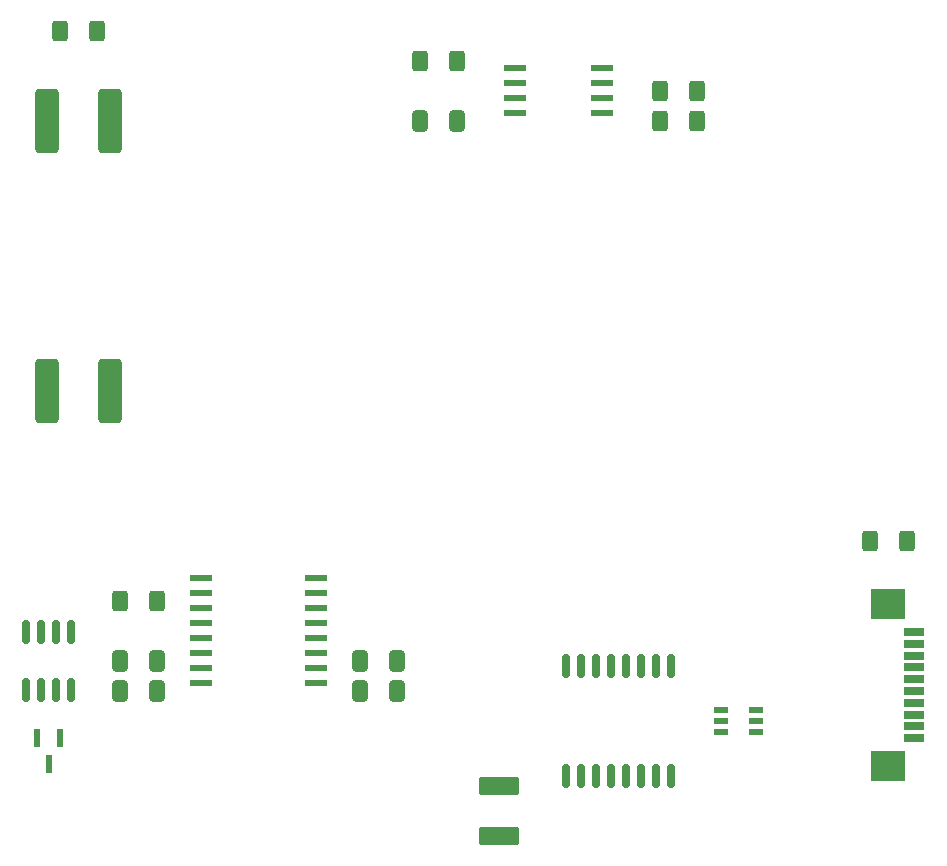
<source format=gbr>
%TF.GenerationSoftware,KiCad,Pcbnew,8.0.6-8.0.6-0~ubuntu24.04.1*%
%TF.CreationDate,2024-12-11T22:34:41+03:00*%
%TF.ProjectId,PM-CPU-RP,504d2d43-5055-42d5-9250-2e6b69636164,rev?*%
%TF.SameCoordinates,Original*%
%TF.FileFunction,Paste,Top*%
%TF.FilePolarity,Positive*%
%FSLAX46Y46*%
G04 Gerber Fmt 4.6, Leading zero omitted, Abs format (unit mm)*
G04 Created by KiCad (PCBNEW 8.0.6-8.0.6-0~ubuntu24.04.1) date 2024-12-11 22:34:41*
%MOMM*%
%LPD*%
G01*
G04 APERTURE LIST*
G04 Aperture macros list*
%AMRoundRect*
0 Rectangle with rounded corners*
0 $1 Rounding radius*
0 $2 $3 $4 $5 $6 $7 $8 $9 X,Y pos of 4 corners*
0 Add a 4 corners polygon primitive as box body*
4,1,4,$2,$3,$4,$5,$6,$7,$8,$9,$2,$3,0*
0 Add four circle primitives for the rounded corners*
1,1,$1+$1,$2,$3*
1,1,$1+$1,$4,$5*
1,1,$1+$1,$6,$7*
1,1,$1+$1,$8,$9*
0 Add four rect primitives between the rounded corners*
20,1,$1+$1,$2,$3,$4,$5,0*
20,1,$1+$1,$4,$5,$6,$7,0*
20,1,$1+$1,$6,$7,$8,$9,0*
20,1,$1+$1,$8,$9,$2,$3,0*%
G04 Aperture macros list end*
%ADD10R,1.803400X0.635000*%
%ADD11R,2.997200X2.590800*%
%ADD12R,1.181100X0.558800*%
%ADD13RoundRect,0.249999X-0.737501X-2.450001X0.737501X-2.450001X0.737501X2.450001X-0.737501X2.450001X0*%
%ADD14RoundRect,0.250000X0.400000X0.625000X-0.400000X0.625000X-0.400000X-0.625000X0.400000X-0.625000X0*%
%ADD15R,0.609600X1.549400*%
%ADD16RoundRect,0.250000X0.412500X0.650000X-0.412500X0.650000X-0.412500X-0.650000X0.412500X-0.650000X0*%
%ADD17RoundRect,0.250000X-0.400000X-0.625000X0.400000X-0.625000X0.400000X0.625000X-0.400000X0.625000X0*%
%ADD18RoundRect,0.250000X-0.412500X-0.650000X0.412500X-0.650000X0.412500X0.650000X-0.412500X0.650000X0*%
%ADD19R,1.854200X0.482600*%
%ADD20RoundRect,0.250000X1.450000X-0.537500X1.450000X0.537500X-1.450000X0.537500X-1.450000X-0.537500X0*%
%ADD21RoundRect,0.150000X-0.150000X0.825000X-0.150000X-0.825000X0.150000X-0.825000X0.150000X0.825000X0*%
%ADD22R,1.828800X0.533400*%
%ADD23RoundRect,0.150000X0.150000X-0.875000X0.150000X0.875000X-0.150000X0.875000X-0.150000X-0.875000X0*%
G04 APERTURE END LIST*
D10*
%TO.C,J9*%
X27556000Y-25500009D03*
X27556000Y-26500007D03*
X27556000Y-27500005D03*
X27556000Y-28500003D03*
X27556000Y-29500001D03*
X27556000Y-30499999D03*
X27556000Y-31499997D03*
X27556000Y-32499995D03*
X27556000Y-33499993D03*
X27556000Y-34499991D03*
D11*
X25385999Y-23149998D03*
X25385999Y-36850002D03*
%TD*%
D12*
%TO.C,U7*%
X11233150Y-32069999D03*
X11233150Y-33020000D03*
X11233150Y-33970001D03*
X14166850Y-33970001D03*
X14166850Y-33020000D03*
X14166850Y-32069999D03*
%TD*%
D13*
%TO.C,C3*%
X-45817500Y17780000D03*
X-40542500Y17780000D03*
%TD*%
D14*
%TO.C,R6*%
X-36550000Y-22860000D03*
X-39650000Y-22860000D03*
%TD*%
D15*
%TO.C,CR1*%
X-44769999Y-34455100D03*
X-46670001Y-34455100D03*
X-45720000Y-36664900D03*
%TD*%
D16*
%TO.C,C8*%
X-36537500Y-30480000D03*
X-39662500Y-30480000D03*
%TD*%
D17*
%TO.C,R1*%
X-44730000Y25400000D03*
X-41630000Y25400000D03*
%TD*%
D18*
%TO.C,C5*%
X-19342500Y-27940000D03*
X-16217500Y-27940000D03*
%TD*%
D19*
%TO.C,U4*%
X-23063200Y-29845000D03*
X-23063200Y-28575000D03*
X-23063200Y-27305000D03*
X-23063200Y-26035000D03*
X-23063200Y-24765000D03*
X-23063200Y-23495000D03*
X-23063200Y-22225000D03*
X-23063200Y-20955000D03*
X-32816800Y-20955000D03*
X-32816800Y-22225000D03*
X-32816800Y-23495000D03*
X-32816800Y-24765000D03*
X-32816800Y-26035000D03*
X-32816800Y-27305000D03*
X-32816800Y-28575000D03*
X-32816800Y-29845000D03*
%TD*%
D20*
%TO.C,C1*%
X-7620000Y-42777500D03*
X-7620000Y-38502500D03*
%TD*%
D21*
%TO.C,U5*%
X-43815000Y-25465000D03*
X-45085000Y-25465000D03*
X-46355000Y-25465000D03*
X-47625000Y-25465000D03*
X-47625000Y-30415000D03*
X-46355000Y-30415000D03*
X-45085000Y-30415000D03*
X-43815000Y-30415000D03*
%TD*%
D18*
%TO.C,C6*%
X-19342500Y-30480000D03*
X-16217500Y-30480000D03*
%TD*%
D14*
%TO.C,R5*%
X9170000Y17780000D03*
X6070000Y17780000D03*
%TD*%
D16*
%TO.C,C4*%
X-11137500Y17780000D03*
X-14262500Y17780000D03*
%TD*%
D22*
%TO.C,U3*%
X1155700Y18415000D03*
X1155700Y19685000D03*
X1155700Y20955000D03*
X1155700Y22225000D03*
X-6235700Y22225000D03*
X-6235700Y20955000D03*
X-6235700Y19685000D03*
X-6235700Y18415000D03*
%TD*%
D13*
%TO.C,C2*%
X-45817500Y-5080000D03*
X-40542500Y-5080000D03*
%TD*%
D16*
%TO.C,C7*%
X-36537500Y-27940000D03*
X-39662500Y-27940000D03*
%TD*%
D14*
%TO.C,R2*%
X26950000Y-17780000D03*
X23850000Y-17780000D03*
%TD*%
D23*
%TO.C,U6*%
X-1905000Y-37670000D03*
X-635000Y-37670000D03*
X635000Y-37670000D03*
X1905000Y-37670000D03*
X3175000Y-37670000D03*
X4445000Y-37670000D03*
X5715000Y-37670000D03*
X6985000Y-37670000D03*
X6985000Y-28370000D03*
X5715000Y-28370000D03*
X4445000Y-28370000D03*
X3175000Y-28370000D03*
X1905000Y-28370000D03*
X635000Y-28370000D03*
X-635000Y-28370000D03*
X-1905000Y-28370000D03*
%TD*%
D14*
%TO.C,R4*%
X9170000Y20320000D03*
X6070000Y20320000D03*
%TD*%
D17*
%TO.C,R3*%
X-14250000Y22860000D03*
X-11150000Y22860000D03*
%TD*%
M02*

</source>
